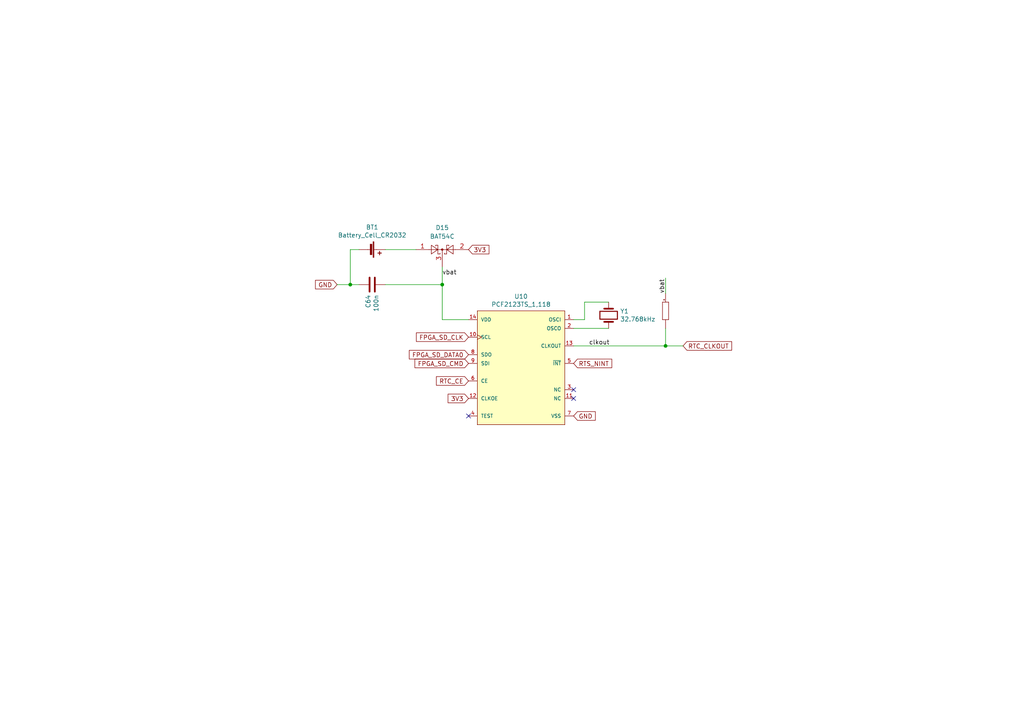
<source format=kicad_sch>
(kicad_sch (version 20211123) (generator eeschema)
  (paper "A4")
  (lib_symbols
    (symbol "BPS6001_Classic_Computing_Shield-eagle-import:R" (pin_names (offset 1.016))
      (symbol "R_1_0"
        (circle (center -3.2258 -0.4318) (radius 0.0508))
        (polyline (pts (xy -2.54 -0.889) (xy -2.54 0.889)))
        (polyline (pts (xy -2.54 -0.889) (xy 2.54 -0.889)))
        (polyline (pts (xy 2.54 -0.889) (xy 2.54 0.889)))
        (polyline (pts (xy 2.54 0.889) (xy -2.54 0.889)))
        (pin passive line (at -5.08 0 0) (length 2.54) (name "1") (number "1"))
        (pin passive line (at 5.08 0 180) (length 2.54) (name "2") (number "2"))
      )
      (symbol "R_2_0"
        (text "1/32W" (at -1.9558 -0.4318 0) (effects (font (size 0.889 0.889)) (justify left bottom)))
      )
      (symbol "R_3_0"
        (text "1/20W" (at -1.9558 -0.4318 0) (effects (font (size 0.889 0.889)) (justify left bottom)))
      )
      (symbol "R_4_0"
        (text "1/16W" (at -1.9558 -0.4318 0) (effects (font (size 0.889 0.889)) (justify left bottom)))
      )
      (symbol "R_5_0"
        (text "1/10W" (at -1.9558 -0.4318 0) (effects (font (size 0.889 0.889)) (justify left bottom)))
      )
      (symbol "R_6_0"
        (text "1/8W" (at -1.524 -0.4318 0) (effects (font (size 0.889 0.889)) (justify left bottom)))
      )
      (symbol "R_7_0"
        (text "1/6W" (at -1.524 -0.4318 0) (effects (font (size 0.889 0.889)) (justify left bottom)))
      )
      (symbol "R_8_0"
        (text "1/5W" (at -1.524 -0.4318 0) (effects (font (size 0.889 0.889)) (justify left bottom)))
      )
      (symbol "R_9_0"
        (text "1/4W" (at -1.524 -0.4318 0) (effects (font (size 0.889 0.889)) (justify left bottom)))
      )
      (symbol "R_10_0"
        (text "1/3W" (at -1.524 -0.4318 0) (effects (font (size 0.889 0.889)) (justify left bottom)))
      )
      (symbol "R_11_0"
        (text "1/2W" (at -1.524 -0.4318 0) (effects (font (size 0.889 0.889)) (justify left bottom)))
      )
      (symbol "R_12_0"
        (text "3/4W" (at -1.524 -0.4318 0) (effects (font (size 0.889 0.889)) (justify left bottom)))
      )
      (symbol "R_13_0"
        (text "1W" (at -0.6858 -0.4318 0) (effects (font (size 0.889 0.889)) (justify left bottom)))
      )
      (symbol "R_14_0"
        (text "2W" (at -0.6858 -0.4318 0) (effects (font (size 0.889 0.889)) (justify left bottom)))
      )
      (symbol "R_15_0"
        (text "3W" (at -0.6858 -0.4318 0) (effects (font (size 0.889 0.889)) (justify left bottom)))
      )
      (symbol "R_16_0"
        (text "4W" (at -0.6858 -0.4318 0) (effects (font (size 0.889 0.889)) (justify left bottom)))
      )
      (symbol "R_17_0"
        (text "5W" (at -0.6858 -0.4318 0) (effects (font (size 0.889 0.889)) (justify left bottom)))
      )
      (symbol "R_18_0"
        (text "10W" (at -1.1176 -0.4318 0) (effects (font (size 0.889 0.889)) (justify left bottom)))
      )
      (symbol "R_19_0"
        (text "15W" (at -1.1176 -0.4318 0) (effects (font (size 0.889 0.889)) (justify left bottom)))
      )
      (symbol "R_20_0"
        (text "20W" (at -1.1176 -0.4318 0) (effects (font (size 0.889 0.889)) (justify left bottom)))
      )
      (symbol "R_21_0"
        (text "25W" (at -1.1176 -0.4318 0) (effects (font (size 0.889 0.889)) (justify left bottom)))
      )
      (symbol "R_22_0"
        (text "35W" (at -1.1176 -0.4318 0) (effects (font (size 0.889 0.889)) (justify left bottom)))
      )
      (symbol "R_23_0"
        (text "40W" (at -1.1176 -0.4318 0) (effects (font (size 0.889 0.889)) (justify left bottom)))
      )
      (symbol "R_24_0"
        (text "100W" (at -1.524 -0.4318 0) (effects (font (size 0.889 0.889)) (justify left bottom)))
      )
      (symbol "R_25_0"
        (text "50W" (at -1.1176 -0.4318 0) (effects (font (size 0.889 0.889)) (justify left bottom)))
      )
    )
    (symbol "Device:Battery_Cell" (pin_numbers hide) (pin_names (offset 0) hide)
      (property "Reference" "BT" (at 2.54 2.54 0))
      (property "Value" "Battery_Cell" (at 2.54 0 0))
      (symbol "Battery_Cell_0_1"
        (rectangle (start -2.286 1.778) (end 2.286 1.524) (fill (type outline)))
        (rectangle (start -1.5748 1.1938) (end 1.4732 0.6858) (fill (type outline)))
        (polyline (pts (xy 0 0.762) (xy 0 0)))
        (polyline (pts (xy 0 1.778) (xy 0 2.54)))
        (polyline (pts (xy 0.508 3.429) (xy 1.524 3.429)) (stroke (width 0.254)))
        (polyline (pts (xy 1.016 3.937) (xy 1.016 2.921)) (stroke (width 0.254)))
      )
      (symbol "Battery_Cell_1_1"
        (pin passive line (at 0 5.08 270) (length 2.54) (name "+") (number "1"))
        (pin passive line (at 0 -2.54 90) (length 2.54) (name "-") (number "2"))
      )
    )
    (symbol "Device:C" (pin_numbers hide) (pin_names (offset 0.254))
      (property "Reference" "C" (at 0.635 2.54 0))
      (property "Value" "C" (at 0.635 -2.54 0))
      (symbol "C_0_1"
        (polyline (pts (xy -2.032 -0.762) (xy 2.032 -0.762)) (stroke (width 0.508)))
        (polyline (pts (xy -2.032 0.762) (xy 2.032 0.762)) (stroke (width 0.508)))
      )
      (symbol "C_1_1"
        (pin passive line (at 0 3.81 270) (length 2.794) (name "~") (number "1"))
        (pin passive line (at 0 -3.81 90) (length 2.794) (name "~") (number "2"))
      )
    )
    (symbol "Device:Crystal" (pin_numbers hide) (pin_names (offset 1.016) hide)
      (property "Reference" "Y" (at 0 3.81 0))
      (property "Value" "Crystal" (at 0 -3.81 0))
      (symbol "Crystal_0_1"
        (rectangle (start -1.143 2.54) (end 1.143 -2.54) (stroke (width 0.3048)))
        (polyline (pts (xy -2.54 0) (xy -1.905 0)))
        (polyline (pts (xy -1.905 -1.27) (xy -1.905 1.27)) (stroke (width 0.508)))
        (polyline (pts (xy 1.905 -1.27) (xy 1.905 1.27)) (stroke (width 0.508)))
        (polyline (pts (xy 2.54 0) (xy 1.905 0)))
      )
      (symbol "Crystal_1_1"
        (pin passive line (at -3.81 0 0) (length 1.27) (name "1") (number "1"))
        (pin passive line (at 3.81 0 180) (length 1.27) (name "2") (number "2"))
      )
    )
    (symbol "Diode:BAT54C" (pin_names (offset 1.016))
      (property "Reference" "D" (at 0.635 -3.81 0))
      (property "Value" "BAT54C" (at -6.35 3.175 0))
      (symbol "BAT54C_0_1"
        (polyline (pts (xy -1.905 0) (xy 1.905 0)))
        (polyline (pts (xy -1.905 1.27) (xy -1.905 1.016)))
        (polyline (pts (xy -1.27 -1.27) (xy -0.635 -1.27)))
        (polyline (pts (xy -1.27 0) (xy -3.81 0)))
        (polyline (pts (xy -1.27 1.27) (xy -1.905 1.27)))
        (polyline (pts (xy -1.27 1.27) (xy -1.27 -1.27)))
        (polyline (pts (xy -0.635 -1.27) (xy -0.635 -1.016)))
        (polyline (pts (xy 0.635 -1.27) (xy 0.635 -1.016)))
        (polyline (pts (xy 1.27 -1.27) (xy 0.635 -1.27)))
        (polyline (pts (xy 1.27 1.27) (xy 1.27 -1.27)))
        (polyline (pts (xy 1.27 1.27) (xy 1.905 1.27)))
        (polyline (pts (xy 1.905 1.27) (xy 1.905 1.016)))
        (polyline (pts (xy 3.81 0) (xy 1.27 0)))
        (polyline (pts (xy -3.175 -1.27) (xy -3.175 1.27) (xy -1.27 0) (xy -3.175 -1.27)))
        (polyline (pts (xy 3.175 -1.27) (xy 3.175 1.27) (xy 1.27 0) (xy 3.175 -1.27)))
        (circle (center 0 0) (radius 0.254) (fill (type outline)))
      )
      (symbol "BAT54C_1_1"
        (pin passive line (at -7.62 0 0) (length 3.81) (name "~") (number "1"))
        (pin passive line (at 7.62 0 180) (length 3.81) (name "~") (number "2"))
        (pin passive line (at 0 -5.08 90) (length 5.08) (name "~") (number "3"))
      )
    )
    (symbol "pcf2123ts:PCF2123TS_1,118" (pin_names (offset 1.016))
      (property "Reference" "U" (at 0 5.08 0))
      (property "Value" "PCF2123TS_1,118" (at 0 7.62 0))
      (symbol "PCF2123TS_1,118_1_1"
        (rectangle (start 5.08 2.54) (end 30.48 -30.48) (fill (type background)))
        (pin unspecified line (at 33.02 0 180) (length 2.54) (name "OSCI") (number "1"))
        (pin input clock (at 2.54 -5.08 0) (length 2.54) (name "SCL") (number "10"))
        (pin passive line (at 33.02 -22.86 180) (length 2.54) (name "NC") (number "11"))
        (pin input line (at 2.54 -22.86 0) (length 2.54) (name "CLKOE") (number "12"))
        (pin passive line (at 33.02 -7.62 180) (length 2.54) (name "CLKOUT") (number "13"))
        (pin power_in line (at 2.54 0 0) (length 2.54) (name "VDD") (number "14"))
        (pin unspecified line (at 33.02 -2.54 180) (length 2.54) (name "OSCO") (number "2"))
        (pin passive line (at 33.02 -20.32 180) (length 2.54) (name "NC") (number "3"))
        (pin passive line (at 2.54 -27.94 0) (length 2.54) (name "TEST") (number "4"))
        (pin output line (at 33.02 -12.7 180) (length 2.54) (name "~{INT}") (number "5"))
        (pin input line (at 2.54 -17.78 0) (length 2.54) (name "CE") (number "6"))
        (pin power_in line (at 33.02 -27.94 180) (length 2.54) (name "VSS") (number "7"))
        (pin output line (at 2.54 -10.16 0) (length 2.54) (name "SDO") (number "8"))
        (pin input line (at 2.54 -12.7 0) (length 2.54) (name "SDI") (number "9"))
      )
    )
  )
  (junction (at 128.27 82.55))
  (junction (at 193.04 100.33))
  (junction (at 101.6 82.55))
  (no_connect (at 166.37 115.57))
  (no_connect (at 166.37 113.03))
  (no_connect (at 135.89 120.65))
  (wire (pts (xy 169.545 87.63) (xy 176.53 87.63)))
  (wire (pts (xy 128.27 77.47) (xy 128.27 82.55)))
  (wire (pts (xy 193.04 95.25) (xy 193.04 100.33)))
  (wire (pts (xy 135.89 92.71) (xy 128.27 92.71)))
  (wire (pts (xy 101.6 72.39) (xy 104.14 72.39)))
  (wire (pts (xy 166.37 100.33) (xy 193.04 100.33)))
  (wire (pts (xy 193.04 100.33) (xy 198.12 100.33)))
  (wire (pts (xy 101.6 72.39) (xy 101.6 82.55)))
  (wire (pts (xy 169.545 92.71) (xy 169.545 87.63)))
  (wire (pts (xy 111.76 82.55) (xy 128.27 82.55)))
  (wire (pts (xy 111.76 72.39) (xy 120.65 72.39)))
  (wire (pts (xy 166.37 95.25) (xy 176.53 95.25)))
  (wire (pts (xy 193.04 85.09) (xy 193.04 80.645)))
  (wire (pts (xy 166.37 92.71) (xy 169.545 92.71)))
  (wire (pts (xy 128.27 82.55) (xy 128.27 92.71)))
  (wire (pts (xy 101.6 82.55) (xy 104.14 82.55)))
  (wire (pts (xy 101.6 82.55) (xy 97.79 82.55)))
  (label "vbat" (at 128.27 80.01 0))
  (label "vbat" (at 193.04 85.09 90))
  (label "clkout" (at 170.815 100.33 0))
  (global_label "GND" (shape input) (at 97.79 82.55 180) (property "Intersheet References" "${INTERSHEET_REFS}" (effects hide)))
  (global_label "GND" (shape input) (at 166.37 120.65 0) (property "Intersheet References" "${INTERSHEET_REFS}" (effects hide)))
  (global_label "RTS_NINT" (shape input) (at 166.37 105.41 0) (property "Intersheet References" "${INTERSHEET_REFS}" (effects hide)))
  (global_label "FPGA_SD_DATA0" (shape input) (at 135.89 102.87 180) (property "Intersheet References" "${INTERSHEET_REFS}" (effects hide)))
  (global_label "RTC_CE" (shape input) (at 135.89 110.49 180) (property "Intersheet References" "${INTERSHEET_REFS}" (effects hide)))
  (global_label "3V3" (shape input) (at 135.89 115.57 180) (property "Intersheet References" "${INTERSHEET_REFS}" (effects hide)))
  (global_label "FPGA_SD_CLK" (shape input) (at 135.89 97.79 180) (property "Intersheet References" "${INTERSHEET_REFS}" (effects hide)))
  (global_label "FPGA_SD_CMD" (shape input) (at 135.89 105.41 180) (property "Intersheet References" "${INTERSHEET_REFS}" (effects hide)))
  (global_label "3V3" (shape input) (at 135.89 72.39 0) (property "Intersheet References" "${INTERSHEET_REFS}" (effects hide)))
  (global_label "RTC_CLKOUT" (shape input) (at 198.12 100.33 0) (property "Intersheet References" "${INTERSHEET_REFS}" (effects hide)))
  (symbol (lib_id "Device:Battery_Cell") (at 106.68 72.39 270) (unit 1)
    (property "Reference" "BT1" (at 107.95 65.913 90))
    (property "Value" "Battery_Cell_CR2032" (at 107.95 68.2244 90))
    (property "Footprint" "Battery:BatteryHolder_Keystone_1060_1x2032" (effects hide))
  )
  (symbol (lib_id "pcf2123ts:PCF2123TS_1,118") (at 133.35 92.71 0) (unit 1)
    (property "Reference" "U10" (at 151.13 85.979 0))
    (property "Value" "PCF2123TS_1,118" (at 151.13 88.2904 0))
    (property "Footprint" "Package_SO:TSSOP-14_4.4x5mm_P0.65mm" (effects hide))
    (property "Datasheet" "https://www.nxp.com/docs/en/data-sheet/PCF2123.pdf" (effects hide))
    (property "ambient temperature range high" "+85°C" (effects hide))
    (property "ambient temperature range low" "-40°C" (effects hide))
    (property "automotive" "No" (effects hide))
    (property "category" "IC" (effects hide))
    (property "device class L1" "Integrated Circuits (ICs)" (effects hide))
    (property "device class L2" "Clock and Timing" (effects hide))
    (property "device class L3" "Real Time Clocks" (effects hide))
    (property "digikey description" "IC RTC CLK/CALENDAR SPI 14-TSSOP" (effects hide))
    (property "digikey part number" "568-4534-1-ND" (effects hide))
    (property "footprint url" "https://www.nxp.com/docs/en/package-information/SOT402-1.pdf" (effects hide))
    (property "frequency" "32.768kHz" (effects hide))
    (property "height" "1.1mm" (effects hide))
    (property "interface" "SPI" (effects hide))
    (property "ipc land pattern name" "SOP65P640X110-14" (effects hide))
    (property "lead free" "Yes" (effects hide))
    (property "library id" "7ad7668609a4160b" (effects hide))
    (property "manufacturer" "NXP Semiconductors" (effects hide))
    (property "max supply voltage" "5.5V" (effects hide))
    (property "min supply voltage" "1.1V" (effects hide))
    (property "mouser description" "Real Time Clock ultra-low power RTC RTC IC" (effects hide))
    (property "mouser part number" "771-PCF2123TS/1-T" (effects hide))
    (property "nominal supply current" "0.1-250uA" (effects hide))
    (property "number of outputs" "1" (effects hide))
    (property "package" "TSSOP14" (effects hide))
    (property "rohs" "Yes" (effects hide))
    (property "standoff height" "0.05mm" (effects hide))
    (property "temperature range high" "+85°C" (effects hide))
    (property "temperature range low" "-40°C" (effects hide))
  )
  (symbol (lib_id "Device:C") (at 107.95 82.55 90) (mirror x) (unit 1)
    (property "Reference" "C64" (at 106.7816 85.471 0) (effects (justify left)))
    (property "Value" "100n" (at 109.093 85.471 0) (effects (justify left)))
    (property "Footprint" "Capacitor_SMD:C_0603_1608Metric" (effects hide))
  )
  (symbol (lib_id "Device:Crystal") (at 176.53 91.44 270) (unit 1)
    (property "Reference" "Y1" (at 179.8574 90.2716 90) (effects (justify left)))
    (property "Value" "32.768kHz" (at 179.8574 92.583 90) (effects (justify left)))
    (property "Footprint" "qmtech-minimig-new:CM7VT1A32768k125pF20PPMTBQA" (effects hide))
  )
  (symbol (lib_id "BPS6001_Classic_Computing_Shield-eagle-import:R") (at 193.04 90.17 270) (unit 1)
    (property "Reference" "R64" (effects hide))
    (property "Value" "10k" (effects hide))
    (property "Footprint" "Resistor_SMD:R_0603_1608Metric" (effects hide))
  )
  (symbol (lib_id "Diode:BAT54C") (at 128.27 72.39 0) (unit 1)
    (property "Reference" "D15" (at 128.27 66.04 0))
    (property "Value" "BAT54C" (at 128.27 68.58 0))
    (property "Footprint" "Package_TO_SOT_SMD:SOT-23" (effects hide))
    (property "Datasheet" "http://www.diodes.com/_files/datasheets/ds11005.pdf" (effects hide))
  )
)
</source>
